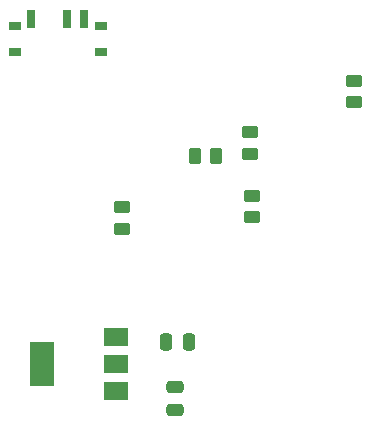
<source format=gbr>
%TF.GenerationSoftware,KiCad,Pcbnew,7.0.8*%
%TF.CreationDate,2025-04-10T16:12:06-04:00*%
%TF.ProjectId,2310interface,32333130-696e-4746-9572-666163652e6b,rev?*%
%TF.SameCoordinates,Original*%
%TF.FileFunction,Paste,Top*%
%TF.FilePolarity,Positive*%
%FSLAX46Y46*%
G04 Gerber Fmt 4.6, Leading zero omitted, Abs format (unit mm)*
G04 Created by KiCad (PCBNEW 7.0.8) date 2025-04-10 16:12:06*
%MOMM*%
%LPD*%
G01*
G04 APERTURE LIST*
G04 Aperture macros list*
%AMRoundRect*
0 Rectangle with rounded corners*
0 $1 Rounding radius*
0 $2 $3 $4 $5 $6 $7 $8 $9 X,Y pos of 4 corners*
0 Add a 4 corners polygon primitive as box body*
4,1,4,$2,$3,$4,$5,$6,$7,$8,$9,$2,$3,0*
0 Add four circle primitives for the rounded corners*
1,1,$1+$1,$2,$3*
1,1,$1+$1,$4,$5*
1,1,$1+$1,$6,$7*
1,1,$1+$1,$8,$9*
0 Add four rect primitives between the rounded corners*
20,1,$1+$1,$2,$3,$4,$5,0*
20,1,$1+$1,$4,$5,$6,$7,0*
20,1,$1+$1,$6,$7,$8,$9,0*
20,1,$1+$1,$8,$9,$2,$3,0*%
G04 Aperture macros list end*
%ADD10R,1.000000X0.800000*%
%ADD11R,0.700000X1.500000*%
%ADD12RoundRect,0.250000X0.450000X-0.262500X0.450000X0.262500X-0.450000X0.262500X-0.450000X-0.262500X0*%
%ADD13R,2.000000X1.500000*%
%ADD14R,2.000000X3.800000*%
%ADD15RoundRect,0.250000X-0.475000X0.250000X-0.475000X-0.250000X0.475000X-0.250000X0.475000X0.250000X0*%
%ADD16RoundRect,0.250000X-0.262500X-0.450000X0.262500X-0.450000X0.262500X0.450000X-0.262500X0.450000X0*%
%ADD17RoundRect,0.250000X-0.450000X0.262500X-0.450000X-0.262500X0.450000X-0.262500X0.450000X0.262500X0*%
%ADD18RoundRect,0.250000X0.250000X0.475000X-0.250000X0.475000X-0.250000X-0.475000X0.250000X-0.475000X0*%
G04 APERTURE END LIST*
D10*
%TO.C,SW1*%
X124750000Y-86090000D03*
X124750000Y-88300000D03*
X132050000Y-86090000D03*
X132050000Y-88300000D03*
D11*
X126150000Y-85440000D03*
X129150000Y-85440000D03*
X130650000Y-85440000D03*
%TD*%
D12*
%TO.C,R5*%
X144700000Y-96900000D03*
X144700000Y-95075000D03*
%TD*%
D13*
%TO.C,U1*%
X133340000Y-116970000D03*
X133340000Y-114670000D03*
D14*
X127040000Y-114670000D03*
D13*
X133340000Y-112370000D03*
%TD*%
D15*
%TO.C,C2*%
X138280000Y-116670000D03*
X138280000Y-118570000D03*
%TD*%
D16*
%TO.C,R7*%
X139997500Y-97060000D03*
X141822500Y-97060000D03*
%TD*%
D12*
%TO.C,R1*%
X153450000Y-92532500D03*
X153450000Y-90707500D03*
%TD*%
D17*
%TO.C,R6*%
X133860000Y-101417500D03*
X133860000Y-103242500D03*
%TD*%
D18*
%TO.C,C1*%
X139480000Y-112810000D03*
X137580000Y-112810000D03*
%TD*%
D12*
%TO.C,R4*%
X144810000Y-102272500D03*
X144810000Y-100447500D03*
%TD*%
M02*

</source>
